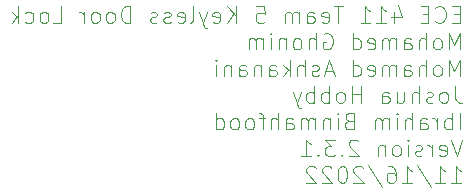
<source format=gbo>
%TF.GenerationSoftware,KiCad,Pcbnew,(6.0.8)*%
%TF.CreationDate,2022-11-16T21:32:55-08:00*%
%TF.ProjectId,T5Cad,54354361-642e-46b6-9963-61645f706362,2.3.1*%
%TF.SameCoordinates,Original*%
%TF.FileFunction,Legend,Bot*%
%TF.FilePolarity,Positive*%
%FSLAX46Y46*%
G04 Gerber Fmt 4.6, Leading zero omitted, Abs format (unit mm)*
G04 Created by KiCad (PCBNEW (6.0.8)) date 2022-11-16 21:32:55*
%MOMM*%
%LPD*%
G01*
G04 APERTURE LIST*
G04 Aperture macros list*
%AMRoundRect*
0 Rectangle with rounded corners*
0 $1 Rounding radius*
0 $2 $3 $4 $5 $6 $7 $8 $9 X,Y pos of 4 corners*
0 Add a 4 corners polygon primitive as box body*
4,1,4,$2,$3,$4,$5,$6,$7,$8,$9,$2,$3,0*
0 Add four circle primitives for the rounded corners*
1,1,$1+$1,$2,$3*
1,1,$1+$1,$4,$5*
1,1,$1+$1,$6,$7*
1,1,$1+$1,$8,$9*
0 Add four rect primitives between the rounded corners*
20,1,$1+$1,$2,$3,$4,$5,0*
20,1,$1+$1,$4,$5,$6,$7,0*
20,1,$1+$1,$6,$7,$8,$9,0*
20,1,$1+$1,$8,$9,$2,$3,0*%
%AMFreePoly0*
4,1,25,0.506863,1.161696,0.518986,1.151342,1.151342,0.518986,1.179849,0.463038,1.181100,0.447144,1.181100,-0.447144,1.161696,-0.506863,1.151342,-0.518986,0.518986,-1.151342,0.463038,-1.179849,0.447144,-1.181100,-0.447144,-1.181100,-0.506863,-1.161696,-0.518986,-1.151342,-1.151342,-0.518986,-1.179849,-0.463038,-1.181100,-0.447144,-1.181100,0.447144,-1.161696,0.506863,-1.151342,0.518986,
-0.518986,1.151342,-0.463038,1.179849,-0.447144,1.181100,0.447144,1.181100,0.506863,1.161696,0.506863,1.161696,$1*%
%AMFreePoly1*
4,1,25,0.380735,0.857196,0.392858,0.846842,0.846842,0.392858,0.875349,0.336910,0.876600,0.321016,0.876600,-0.321016,0.857196,-0.380735,0.846842,-0.392858,0.392858,-0.846842,0.336910,-0.875349,0.321016,-0.876600,-0.321016,-0.876600,-0.380735,-0.857196,-0.392858,-0.846842,-0.846842,-0.392858,-0.875349,-0.336910,-0.876600,-0.321016,-0.876600,0.321016,-0.857196,0.380735,-0.846842,0.392858,
-0.392858,0.846842,-0.336910,0.875349,-0.321016,0.876600,0.321016,0.876600,0.380735,0.857196,0.380735,0.857196,$1*%
G04 Aperture macros list end*
%ADD10C,0.121920*%
%ADD11FreePoly0,0.000000*%
%ADD12O,3.251200X1.727200*%
%ADD13FreePoly1,270.000000*%
%ADD14O,1.727200X3.251200*%
%ADD15C,3.403600*%
%ADD16RoundRect,0.101600X0.765000X0.765000X-0.765000X0.765000X-0.765000X-0.765000X0.765000X-0.765000X0*%
%ADD17C,1.733200*%
%ADD18O,1.625600X3.048000*%
%ADD19C,4.521200*%
G04 APERTURE END LIST*
D10*
X179164923Y-49408717D02*
X178697563Y-49408717D01*
X178497266Y-50143140D02*
X179164923Y-50143140D01*
X179164923Y-48741060D01*
X178497266Y-48741060D01*
X177095186Y-50009608D02*
X177161952Y-50076374D01*
X177362249Y-50143140D01*
X177495780Y-50143140D01*
X177696077Y-50076374D01*
X177829609Y-49942843D01*
X177896374Y-49809311D01*
X177963140Y-49542248D01*
X177963140Y-49341951D01*
X177896374Y-49074888D01*
X177829609Y-48941357D01*
X177696077Y-48807826D01*
X177495780Y-48741060D01*
X177362249Y-48741060D01*
X177161952Y-48807826D01*
X177095186Y-48874591D01*
X176494294Y-49408717D02*
X176026934Y-49408717D01*
X175826637Y-50143140D02*
X176494294Y-50143140D01*
X176494294Y-48741060D01*
X175826637Y-48741060D01*
X173556603Y-49208420D02*
X173556603Y-50143140D01*
X173890432Y-48674294D02*
X174224260Y-49675780D01*
X173356306Y-49675780D01*
X172087757Y-50143140D02*
X172888946Y-50143140D01*
X172488352Y-50143140D02*
X172488352Y-48741060D01*
X172621883Y-48941357D01*
X172755414Y-49074888D01*
X172888946Y-49141654D01*
X170752443Y-50143140D02*
X171553631Y-50143140D01*
X171153037Y-50143140D02*
X171153037Y-48741060D01*
X171286569Y-48941357D01*
X171420100Y-49074888D01*
X171553631Y-49141654D01*
X169283597Y-48741060D02*
X168482409Y-48741060D01*
X168883003Y-50143140D02*
X168883003Y-48741060D01*
X167480923Y-50076374D02*
X167614454Y-50143140D01*
X167881517Y-50143140D01*
X168015049Y-50076374D01*
X168081814Y-49942843D01*
X168081814Y-49408717D01*
X168015049Y-49275186D01*
X167881517Y-49208420D01*
X167614454Y-49208420D01*
X167480923Y-49275186D01*
X167414157Y-49408717D01*
X167414157Y-49542248D01*
X168081814Y-49675780D01*
X166212374Y-50143140D02*
X166212374Y-49408717D01*
X166279140Y-49275186D01*
X166412671Y-49208420D01*
X166679734Y-49208420D01*
X166813266Y-49275186D01*
X166212374Y-50076374D02*
X166345906Y-50143140D01*
X166679734Y-50143140D01*
X166813266Y-50076374D01*
X166880031Y-49942843D01*
X166880031Y-49809311D01*
X166813266Y-49675780D01*
X166679734Y-49609014D01*
X166345906Y-49609014D01*
X166212374Y-49542248D01*
X165544717Y-50143140D02*
X165544717Y-49208420D01*
X165544717Y-49341951D02*
X165477951Y-49275186D01*
X165344420Y-49208420D01*
X165144123Y-49208420D01*
X165010591Y-49275186D01*
X164943826Y-49408717D01*
X164943826Y-50143140D01*
X164943826Y-49408717D02*
X164877060Y-49275186D01*
X164743529Y-49208420D01*
X164543231Y-49208420D01*
X164409700Y-49275186D01*
X164342934Y-49408717D01*
X164342934Y-50143140D01*
X161939369Y-48741060D02*
X162607026Y-48741060D01*
X162673791Y-49408717D01*
X162607026Y-49341951D01*
X162473494Y-49275186D01*
X162139666Y-49275186D01*
X162006134Y-49341951D01*
X161939369Y-49408717D01*
X161872603Y-49542248D01*
X161872603Y-49876077D01*
X161939369Y-50009608D01*
X162006134Y-50076374D01*
X162139666Y-50143140D01*
X162473494Y-50143140D01*
X162607026Y-50076374D01*
X162673791Y-50009608D01*
X160203460Y-50143140D02*
X160203460Y-48741060D01*
X159402271Y-50143140D02*
X160003163Y-49341951D01*
X159402271Y-48741060D02*
X160203460Y-49542248D01*
X158267254Y-50076374D02*
X158400786Y-50143140D01*
X158667849Y-50143140D01*
X158801380Y-50076374D01*
X158868146Y-49942843D01*
X158868146Y-49408717D01*
X158801380Y-49275186D01*
X158667849Y-49208420D01*
X158400786Y-49208420D01*
X158267254Y-49275186D01*
X158200489Y-49408717D01*
X158200489Y-49542248D01*
X158868146Y-49675780D01*
X157733129Y-49208420D02*
X157399300Y-50143140D01*
X157065471Y-49208420D02*
X157399300Y-50143140D01*
X157532831Y-50476968D01*
X157599597Y-50543734D01*
X157733129Y-50610500D01*
X156331049Y-50143140D02*
X156464580Y-50076374D01*
X156531346Y-49942843D01*
X156531346Y-48741060D01*
X155262797Y-50076374D02*
X155396329Y-50143140D01*
X155663391Y-50143140D01*
X155796923Y-50076374D01*
X155863689Y-49942843D01*
X155863689Y-49408717D01*
X155796923Y-49275186D01*
X155663391Y-49208420D01*
X155396329Y-49208420D01*
X155262797Y-49275186D01*
X155196031Y-49408717D01*
X155196031Y-49542248D01*
X155863689Y-49675780D01*
X154661906Y-50076374D02*
X154528374Y-50143140D01*
X154261311Y-50143140D01*
X154127780Y-50076374D01*
X154061014Y-49942843D01*
X154061014Y-49876077D01*
X154127780Y-49742546D01*
X154261311Y-49675780D01*
X154461609Y-49675780D01*
X154595140Y-49609014D01*
X154661906Y-49475483D01*
X154661906Y-49408717D01*
X154595140Y-49275186D01*
X154461609Y-49208420D01*
X154261311Y-49208420D01*
X154127780Y-49275186D01*
X153526889Y-50076374D02*
X153393357Y-50143140D01*
X153126294Y-50143140D01*
X152992763Y-50076374D01*
X152925997Y-49942843D01*
X152925997Y-49876077D01*
X152992763Y-49742546D01*
X153126294Y-49675780D01*
X153326591Y-49675780D01*
X153460123Y-49609014D01*
X153526889Y-49475483D01*
X153526889Y-49408717D01*
X153460123Y-49275186D01*
X153326591Y-49208420D01*
X153126294Y-49208420D01*
X152992763Y-49275186D01*
X151256854Y-50143140D02*
X151256854Y-48741060D01*
X150923026Y-48741060D01*
X150722729Y-48807826D01*
X150589197Y-48941357D01*
X150522431Y-49074888D01*
X150455666Y-49341951D01*
X150455666Y-49542248D01*
X150522431Y-49809311D01*
X150589197Y-49942843D01*
X150722729Y-50076374D01*
X150923026Y-50143140D01*
X151256854Y-50143140D01*
X149654477Y-50143140D02*
X149788009Y-50076374D01*
X149854774Y-50009608D01*
X149921540Y-49876077D01*
X149921540Y-49475483D01*
X149854774Y-49341951D01*
X149788009Y-49275186D01*
X149654477Y-49208420D01*
X149454180Y-49208420D01*
X149320649Y-49275186D01*
X149253883Y-49341951D01*
X149187117Y-49475483D01*
X149187117Y-49876077D01*
X149253883Y-50009608D01*
X149320649Y-50076374D01*
X149454180Y-50143140D01*
X149654477Y-50143140D01*
X148385929Y-50143140D02*
X148519460Y-50076374D01*
X148586226Y-50009608D01*
X148652991Y-49876077D01*
X148652991Y-49475483D01*
X148586226Y-49341951D01*
X148519460Y-49275186D01*
X148385929Y-49208420D01*
X148185631Y-49208420D01*
X148052100Y-49275186D01*
X147985334Y-49341951D01*
X147918569Y-49475483D01*
X147918569Y-49876077D01*
X147985334Y-50009608D01*
X148052100Y-50076374D01*
X148185631Y-50143140D01*
X148385929Y-50143140D01*
X147317677Y-50143140D02*
X147317677Y-49208420D01*
X147317677Y-49475483D02*
X147250911Y-49341951D01*
X147184146Y-49275186D01*
X147050614Y-49208420D01*
X146917083Y-49208420D01*
X144713814Y-50143140D02*
X145381471Y-50143140D01*
X145381471Y-48741060D01*
X144046157Y-50143140D02*
X144179689Y-50076374D01*
X144246454Y-50009608D01*
X144313220Y-49876077D01*
X144313220Y-49475483D01*
X144246454Y-49341951D01*
X144179689Y-49275186D01*
X144046157Y-49208420D01*
X143845860Y-49208420D01*
X143712329Y-49275186D01*
X143645563Y-49341951D01*
X143578797Y-49475483D01*
X143578797Y-49876077D01*
X143645563Y-50009608D01*
X143712329Y-50076374D01*
X143845860Y-50143140D01*
X144046157Y-50143140D01*
X142377014Y-50076374D02*
X142510546Y-50143140D01*
X142777609Y-50143140D01*
X142911140Y-50076374D01*
X142977906Y-50009608D01*
X143044671Y-49876077D01*
X143044671Y-49475483D01*
X142977906Y-49341951D01*
X142911140Y-49275186D01*
X142777609Y-49208420D01*
X142510546Y-49208420D01*
X142377014Y-49275186D01*
X141776123Y-50143140D02*
X141776123Y-48741060D01*
X141642591Y-49609014D02*
X141241997Y-50143140D01*
X141241997Y-49208420D02*
X141776123Y-49742546D01*
X179164923Y-52400489D02*
X179164923Y-50998409D01*
X178697563Y-51999895D01*
X178230203Y-50998409D01*
X178230203Y-52400489D01*
X177362249Y-52400489D02*
X177495780Y-52333723D01*
X177562546Y-52266957D01*
X177629312Y-52133426D01*
X177629312Y-51732832D01*
X177562546Y-51599300D01*
X177495780Y-51532535D01*
X177362249Y-51465769D01*
X177161952Y-51465769D01*
X177028420Y-51532535D01*
X176961654Y-51599300D01*
X176894889Y-51732832D01*
X176894889Y-52133426D01*
X176961654Y-52266957D01*
X177028420Y-52333723D01*
X177161952Y-52400489D01*
X177362249Y-52400489D01*
X176293997Y-52400489D02*
X176293997Y-50998409D01*
X175693106Y-52400489D02*
X175693106Y-51666066D01*
X175759872Y-51532535D01*
X175893403Y-51465769D01*
X176093700Y-51465769D01*
X176227232Y-51532535D01*
X176293997Y-51599300D01*
X174424557Y-52400489D02*
X174424557Y-51666066D01*
X174491323Y-51532535D01*
X174624854Y-51465769D01*
X174891917Y-51465769D01*
X175025449Y-51532535D01*
X174424557Y-52333723D02*
X174558089Y-52400489D01*
X174891917Y-52400489D01*
X175025449Y-52333723D01*
X175092214Y-52200192D01*
X175092214Y-52066660D01*
X175025449Y-51933129D01*
X174891917Y-51866363D01*
X174558089Y-51866363D01*
X174424557Y-51799597D01*
X173756900Y-52400489D02*
X173756900Y-51465769D01*
X173756900Y-51599300D02*
X173690134Y-51532535D01*
X173556603Y-51465769D01*
X173356306Y-51465769D01*
X173222774Y-51532535D01*
X173156009Y-51666066D01*
X173156009Y-52400489D01*
X173156009Y-51666066D02*
X173089243Y-51532535D01*
X172955712Y-51465769D01*
X172755414Y-51465769D01*
X172621883Y-51532535D01*
X172555117Y-51666066D01*
X172555117Y-52400489D01*
X171353334Y-52333723D02*
X171486866Y-52400489D01*
X171753929Y-52400489D01*
X171887460Y-52333723D01*
X171954226Y-52200192D01*
X171954226Y-51666066D01*
X171887460Y-51532535D01*
X171753929Y-51465769D01*
X171486866Y-51465769D01*
X171353334Y-51532535D01*
X171286569Y-51666066D01*
X171286569Y-51799597D01*
X171954226Y-51933129D01*
X170084786Y-52400489D02*
X170084786Y-50998409D01*
X170084786Y-52333723D02*
X170218317Y-52400489D01*
X170485380Y-52400489D01*
X170618912Y-52333723D01*
X170685677Y-52266957D01*
X170752443Y-52133426D01*
X170752443Y-51732832D01*
X170685677Y-51599300D01*
X170618912Y-51532535D01*
X170485380Y-51465769D01*
X170218317Y-51465769D01*
X170084786Y-51532535D01*
X167614454Y-51065175D02*
X167747986Y-50998409D01*
X167948283Y-50998409D01*
X168148580Y-51065175D01*
X168282112Y-51198706D01*
X168348877Y-51332237D01*
X168415643Y-51599300D01*
X168415643Y-51799597D01*
X168348877Y-52066660D01*
X168282112Y-52200192D01*
X168148580Y-52333723D01*
X167948283Y-52400489D01*
X167814752Y-52400489D01*
X167614454Y-52333723D01*
X167547689Y-52266957D01*
X167547689Y-51799597D01*
X167814752Y-51799597D01*
X166946797Y-52400489D02*
X166946797Y-50998409D01*
X166345906Y-52400489D02*
X166345906Y-51666066D01*
X166412672Y-51532535D01*
X166546203Y-51465769D01*
X166746500Y-51465769D01*
X166880032Y-51532535D01*
X166946797Y-51599300D01*
X165477952Y-52400489D02*
X165611483Y-52333723D01*
X165678249Y-52266957D01*
X165745014Y-52133426D01*
X165745014Y-51732832D01*
X165678249Y-51599300D01*
X165611483Y-51532535D01*
X165477952Y-51465769D01*
X165277654Y-51465769D01*
X165144123Y-51532535D01*
X165077357Y-51599300D01*
X165010592Y-51732832D01*
X165010592Y-52133426D01*
X165077357Y-52266957D01*
X165144123Y-52333723D01*
X165277654Y-52400489D01*
X165477952Y-52400489D01*
X164409700Y-51465769D02*
X164409700Y-52400489D01*
X164409700Y-51599300D02*
X164342934Y-51532535D01*
X164209403Y-51465769D01*
X164009106Y-51465769D01*
X163875574Y-51532535D01*
X163808809Y-51666066D01*
X163808809Y-52400489D01*
X163141152Y-52400489D02*
X163141152Y-51465769D01*
X163141152Y-50998409D02*
X163207917Y-51065175D01*
X163141152Y-51131940D01*
X163074386Y-51065175D01*
X163141152Y-50998409D01*
X163141152Y-51131940D01*
X162473494Y-52400489D02*
X162473494Y-51465769D01*
X162473494Y-51599300D02*
X162406729Y-51532535D01*
X162273197Y-51465769D01*
X162072900Y-51465769D01*
X161939369Y-51532535D01*
X161872603Y-51666066D01*
X161872603Y-52400489D01*
X161872603Y-51666066D02*
X161805837Y-51532535D01*
X161672306Y-51465769D01*
X161472009Y-51465769D01*
X161338477Y-51532535D01*
X161271712Y-51666066D01*
X161271712Y-52400489D01*
X179164923Y-54657838D02*
X179164923Y-53255758D01*
X178697563Y-54257244D01*
X178230203Y-53255758D01*
X178230203Y-54657838D01*
X177362249Y-54657838D02*
X177495780Y-54591072D01*
X177562546Y-54524306D01*
X177629312Y-54390775D01*
X177629312Y-53990181D01*
X177562546Y-53856649D01*
X177495780Y-53789884D01*
X177362249Y-53723118D01*
X177161952Y-53723118D01*
X177028420Y-53789884D01*
X176961654Y-53856649D01*
X176894889Y-53990181D01*
X176894889Y-54390775D01*
X176961654Y-54524306D01*
X177028420Y-54591072D01*
X177161952Y-54657838D01*
X177362249Y-54657838D01*
X176293997Y-54657838D02*
X176293997Y-53255758D01*
X175693106Y-54657838D02*
X175693106Y-53923415D01*
X175759872Y-53789884D01*
X175893403Y-53723118D01*
X176093700Y-53723118D01*
X176227232Y-53789884D01*
X176293997Y-53856649D01*
X174424557Y-54657838D02*
X174424557Y-53923415D01*
X174491323Y-53789884D01*
X174624854Y-53723118D01*
X174891917Y-53723118D01*
X175025449Y-53789884D01*
X174424557Y-54591072D02*
X174558089Y-54657838D01*
X174891917Y-54657838D01*
X175025449Y-54591072D01*
X175092214Y-54457541D01*
X175092214Y-54324009D01*
X175025449Y-54190478D01*
X174891917Y-54123712D01*
X174558089Y-54123712D01*
X174424557Y-54056946D01*
X173756900Y-54657838D02*
X173756900Y-53723118D01*
X173756900Y-53856649D02*
X173690134Y-53789884D01*
X173556603Y-53723118D01*
X173356306Y-53723118D01*
X173222774Y-53789884D01*
X173156009Y-53923415D01*
X173156009Y-54657838D01*
X173156009Y-53923415D02*
X173089243Y-53789884D01*
X172955712Y-53723118D01*
X172755414Y-53723118D01*
X172621883Y-53789884D01*
X172555117Y-53923415D01*
X172555117Y-54657838D01*
X171353334Y-54591072D02*
X171486866Y-54657838D01*
X171753929Y-54657838D01*
X171887460Y-54591072D01*
X171954226Y-54457541D01*
X171954226Y-53923415D01*
X171887460Y-53789884D01*
X171753929Y-53723118D01*
X171486866Y-53723118D01*
X171353334Y-53789884D01*
X171286569Y-53923415D01*
X171286569Y-54056946D01*
X171954226Y-54190478D01*
X170084786Y-54657838D02*
X170084786Y-53255758D01*
X170084786Y-54591072D02*
X170218317Y-54657838D01*
X170485380Y-54657838D01*
X170618912Y-54591072D01*
X170685677Y-54524306D01*
X170752443Y-54390775D01*
X170752443Y-53990181D01*
X170685677Y-53856649D01*
X170618912Y-53789884D01*
X170485380Y-53723118D01*
X170218317Y-53723118D01*
X170084786Y-53789884D01*
X168415643Y-54257244D02*
X167747986Y-54257244D01*
X168549174Y-54657838D02*
X168081814Y-53255758D01*
X167614454Y-54657838D01*
X167213860Y-54591072D02*
X167080329Y-54657838D01*
X166813266Y-54657838D01*
X166679734Y-54591072D01*
X166612969Y-54457541D01*
X166612969Y-54390775D01*
X166679734Y-54257244D01*
X166813266Y-54190478D01*
X167013563Y-54190478D01*
X167147094Y-54123712D01*
X167213860Y-53990181D01*
X167213860Y-53923415D01*
X167147094Y-53789884D01*
X167013563Y-53723118D01*
X166813266Y-53723118D01*
X166679734Y-53789884D01*
X166012077Y-54657838D02*
X166012077Y-53255758D01*
X165411186Y-54657838D02*
X165411186Y-53923415D01*
X165477952Y-53789884D01*
X165611483Y-53723118D01*
X165811780Y-53723118D01*
X165945312Y-53789884D01*
X166012077Y-53856649D01*
X164743529Y-54657838D02*
X164743529Y-53255758D01*
X164609997Y-54123712D02*
X164209403Y-54657838D01*
X164209403Y-53723118D02*
X164743529Y-54257244D01*
X163007620Y-54657838D02*
X163007620Y-53923415D01*
X163074386Y-53789884D01*
X163207917Y-53723118D01*
X163474980Y-53723118D01*
X163608512Y-53789884D01*
X163007620Y-54591072D02*
X163141152Y-54657838D01*
X163474980Y-54657838D01*
X163608512Y-54591072D01*
X163675277Y-54457541D01*
X163675277Y-54324009D01*
X163608512Y-54190478D01*
X163474980Y-54123712D01*
X163141152Y-54123712D01*
X163007620Y-54056946D01*
X162339963Y-53723118D02*
X162339963Y-54657838D01*
X162339963Y-53856649D02*
X162273197Y-53789884D01*
X162139666Y-53723118D01*
X161939369Y-53723118D01*
X161805837Y-53789884D01*
X161739072Y-53923415D01*
X161739072Y-54657838D01*
X160470523Y-54657838D02*
X160470523Y-53923415D01*
X160537289Y-53789884D01*
X160670820Y-53723118D01*
X160937883Y-53723118D01*
X161071414Y-53789884D01*
X160470523Y-54591072D02*
X160604054Y-54657838D01*
X160937883Y-54657838D01*
X161071414Y-54591072D01*
X161138180Y-54457541D01*
X161138180Y-54324009D01*
X161071414Y-54190478D01*
X160937883Y-54123712D01*
X160604054Y-54123712D01*
X160470523Y-54056946D01*
X159802866Y-53723118D02*
X159802866Y-54657838D01*
X159802866Y-53856649D02*
X159736100Y-53789884D01*
X159602569Y-53723118D01*
X159402272Y-53723118D01*
X159268740Y-53789884D01*
X159201974Y-53923415D01*
X159201974Y-54657838D01*
X158534317Y-54657838D02*
X158534317Y-53723118D01*
X158534317Y-53255758D02*
X158601083Y-53322524D01*
X158534317Y-53389289D01*
X158467552Y-53322524D01*
X158534317Y-53255758D01*
X158534317Y-53389289D01*
X178764329Y-55513107D02*
X178764329Y-56514593D01*
X178831094Y-56714890D01*
X178964626Y-56848421D01*
X179164923Y-56915187D01*
X179298454Y-56915187D01*
X177896374Y-56915187D02*
X178029906Y-56848421D01*
X178096672Y-56781655D01*
X178163437Y-56648124D01*
X178163437Y-56247530D01*
X178096672Y-56113998D01*
X178029906Y-56047233D01*
X177896374Y-55980467D01*
X177696077Y-55980467D01*
X177562546Y-56047233D01*
X177495780Y-56113998D01*
X177429014Y-56247530D01*
X177429014Y-56648124D01*
X177495780Y-56781655D01*
X177562546Y-56848421D01*
X177696077Y-56915187D01*
X177896374Y-56915187D01*
X176894889Y-56848421D02*
X176761357Y-56915187D01*
X176494294Y-56915187D01*
X176360763Y-56848421D01*
X176293997Y-56714890D01*
X176293997Y-56648124D01*
X176360763Y-56514593D01*
X176494294Y-56447827D01*
X176694592Y-56447827D01*
X176828123Y-56381061D01*
X176894889Y-56247530D01*
X176894889Y-56180764D01*
X176828123Y-56047233D01*
X176694592Y-55980467D01*
X176494294Y-55980467D01*
X176360763Y-56047233D01*
X175693106Y-56915187D02*
X175693106Y-55513107D01*
X175092214Y-56915187D02*
X175092214Y-56180764D01*
X175158980Y-56047233D01*
X175292512Y-55980467D01*
X175492809Y-55980467D01*
X175626340Y-56047233D01*
X175693106Y-56113998D01*
X173823666Y-55980467D02*
X173823666Y-56915187D01*
X174424557Y-55980467D02*
X174424557Y-56714890D01*
X174357792Y-56848421D01*
X174224260Y-56915187D01*
X174023963Y-56915187D01*
X173890432Y-56848421D01*
X173823666Y-56781655D01*
X172555117Y-56915187D02*
X172555117Y-56180764D01*
X172621883Y-56047233D01*
X172755414Y-55980467D01*
X173022477Y-55980467D01*
X173156009Y-56047233D01*
X172555117Y-56848421D02*
X172688649Y-56915187D01*
X173022477Y-56915187D01*
X173156009Y-56848421D01*
X173222774Y-56714890D01*
X173222774Y-56581358D01*
X173156009Y-56447827D01*
X173022477Y-56381061D01*
X172688649Y-56381061D01*
X172555117Y-56314295D01*
X170819209Y-56915187D02*
X170819209Y-55513107D01*
X170819209Y-56180764D02*
X170018020Y-56180764D01*
X170018020Y-56915187D02*
X170018020Y-55513107D01*
X169150066Y-56915187D02*
X169283597Y-56848421D01*
X169350363Y-56781655D01*
X169417129Y-56648124D01*
X169417129Y-56247530D01*
X169350363Y-56113998D01*
X169283597Y-56047233D01*
X169150066Y-55980467D01*
X168949769Y-55980467D01*
X168816237Y-56047233D01*
X168749472Y-56113998D01*
X168682706Y-56247530D01*
X168682706Y-56648124D01*
X168749472Y-56781655D01*
X168816237Y-56848421D01*
X168949769Y-56915187D01*
X169150066Y-56915187D01*
X168081814Y-56915187D02*
X168081814Y-55513107D01*
X168081814Y-56047233D02*
X167948283Y-55980467D01*
X167681220Y-55980467D01*
X167547689Y-56047233D01*
X167480923Y-56113998D01*
X167414157Y-56247530D01*
X167414157Y-56648124D01*
X167480923Y-56781655D01*
X167547689Y-56848421D01*
X167681220Y-56915187D01*
X167948283Y-56915187D01*
X168081814Y-56848421D01*
X166813266Y-56915187D02*
X166813266Y-55513107D01*
X166813266Y-56047233D02*
X166679734Y-55980467D01*
X166412672Y-55980467D01*
X166279140Y-56047233D01*
X166212374Y-56113998D01*
X166145609Y-56247530D01*
X166145609Y-56648124D01*
X166212374Y-56781655D01*
X166279140Y-56848421D01*
X166412672Y-56915187D01*
X166679734Y-56915187D01*
X166813266Y-56848421D01*
X165678249Y-55980467D02*
X165344420Y-56915187D01*
X165010592Y-55980467D02*
X165344420Y-56915187D01*
X165477952Y-57249015D01*
X165544717Y-57315781D01*
X165678249Y-57382547D01*
X179164923Y-59172536D02*
X179164923Y-57770456D01*
X178497266Y-59172536D02*
X178497266Y-57770456D01*
X178497266Y-58304582D02*
X178363734Y-58237816D01*
X178096672Y-58237816D01*
X177963140Y-58304582D01*
X177896374Y-58371347D01*
X177829609Y-58504879D01*
X177829609Y-58905473D01*
X177896374Y-59039004D01*
X177963140Y-59105770D01*
X178096672Y-59172536D01*
X178363734Y-59172536D01*
X178497266Y-59105770D01*
X177228717Y-59172536D02*
X177228717Y-58237816D01*
X177228717Y-58504879D02*
X177161952Y-58371347D01*
X177095186Y-58304582D01*
X176961654Y-58237816D01*
X176828123Y-58237816D01*
X175759872Y-59172536D02*
X175759872Y-58438113D01*
X175826637Y-58304582D01*
X175960169Y-58237816D01*
X176227232Y-58237816D01*
X176360763Y-58304582D01*
X175759872Y-59105770D02*
X175893403Y-59172536D01*
X176227232Y-59172536D01*
X176360763Y-59105770D01*
X176427529Y-58972239D01*
X176427529Y-58838707D01*
X176360763Y-58705176D01*
X176227232Y-58638410D01*
X175893403Y-58638410D01*
X175759872Y-58571644D01*
X175092214Y-59172536D02*
X175092214Y-57770456D01*
X174491323Y-59172536D02*
X174491323Y-58438113D01*
X174558089Y-58304582D01*
X174691620Y-58237816D01*
X174891917Y-58237816D01*
X175025449Y-58304582D01*
X175092214Y-58371347D01*
X173823666Y-59172536D02*
X173823666Y-58237816D01*
X173823666Y-57770456D02*
X173890432Y-57837222D01*
X173823666Y-57903987D01*
X173756900Y-57837222D01*
X173823666Y-57770456D01*
X173823666Y-57903987D01*
X173156009Y-59172536D02*
X173156009Y-58237816D01*
X173156009Y-58371347D02*
X173089243Y-58304582D01*
X172955712Y-58237816D01*
X172755414Y-58237816D01*
X172621883Y-58304582D01*
X172555117Y-58438113D01*
X172555117Y-59172536D01*
X172555117Y-58438113D02*
X172488352Y-58304582D01*
X172354820Y-58237816D01*
X172154523Y-58237816D01*
X172020992Y-58304582D01*
X171954226Y-58438113D01*
X171954226Y-59172536D01*
X169750957Y-58438113D02*
X169550660Y-58504879D01*
X169483894Y-58571644D01*
X169417129Y-58705176D01*
X169417129Y-58905473D01*
X169483894Y-59039004D01*
X169550660Y-59105770D01*
X169684192Y-59172536D01*
X170218317Y-59172536D01*
X170218317Y-57770456D01*
X169750957Y-57770456D01*
X169617426Y-57837222D01*
X169550660Y-57903987D01*
X169483894Y-58037519D01*
X169483894Y-58171050D01*
X169550660Y-58304582D01*
X169617426Y-58371347D01*
X169750957Y-58438113D01*
X170218317Y-58438113D01*
X168816237Y-59172536D02*
X168816237Y-58237816D01*
X168816237Y-57770456D02*
X168883003Y-57837222D01*
X168816237Y-57903987D01*
X168749472Y-57837222D01*
X168816237Y-57770456D01*
X168816237Y-57903987D01*
X168148580Y-58237816D02*
X168148580Y-59172536D01*
X168148580Y-58371347D02*
X168081814Y-58304582D01*
X167948283Y-58237816D01*
X167747986Y-58237816D01*
X167614454Y-58304582D01*
X167547689Y-58438113D01*
X167547689Y-59172536D01*
X166880032Y-59172536D02*
X166880032Y-58237816D01*
X166880032Y-58371347D02*
X166813266Y-58304582D01*
X166679734Y-58237816D01*
X166479437Y-58237816D01*
X166345906Y-58304582D01*
X166279140Y-58438113D01*
X166279140Y-59172536D01*
X166279140Y-58438113D02*
X166212374Y-58304582D01*
X166078843Y-58237816D01*
X165878546Y-58237816D01*
X165745014Y-58304582D01*
X165678249Y-58438113D01*
X165678249Y-59172536D01*
X164409700Y-59172536D02*
X164409700Y-58438113D01*
X164476466Y-58304582D01*
X164609997Y-58237816D01*
X164877060Y-58237816D01*
X165010592Y-58304582D01*
X164409700Y-59105770D02*
X164543232Y-59172536D01*
X164877060Y-59172536D01*
X165010592Y-59105770D01*
X165077357Y-58972239D01*
X165077357Y-58838707D01*
X165010592Y-58705176D01*
X164877060Y-58638410D01*
X164543232Y-58638410D01*
X164409700Y-58571644D01*
X163742043Y-59172536D02*
X163742043Y-57770456D01*
X163141152Y-59172536D02*
X163141152Y-58438113D01*
X163207917Y-58304582D01*
X163341449Y-58237816D01*
X163541746Y-58237816D01*
X163675277Y-58304582D01*
X163742043Y-58371347D01*
X162673792Y-58237816D02*
X162139666Y-58237816D01*
X162473494Y-59172536D02*
X162473494Y-57970753D01*
X162406729Y-57837222D01*
X162273197Y-57770456D01*
X162139666Y-57770456D01*
X161472009Y-59172536D02*
X161605540Y-59105770D01*
X161672306Y-59039004D01*
X161739072Y-58905473D01*
X161739072Y-58504879D01*
X161672306Y-58371347D01*
X161605540Y-58304582D01*
X161472009Y-58237816D01*
X161271712Y-58237816D01*
X161138180Y-58304582D01*
X161071414Y-58371347D01*
X161004649Y-58504879D01*
X161004649Y-58905473D01*
X161071414Y-59039004D01*
X161138180Y-59105770D01*
X161271712Y-59172536D01*
X161472009Y-59172536D01*
X160203460Y-59172536D02*
X160336992Y-59105770D01*
X160403757Y-59039004D01*
X160470523Y-58905473D01*
X160470523Y-58504879D01*
X160403757Y-58371347D01*
X160336992Y-58304582D01*
X160203460Y-58237816D01*
X160003163Y-58237816D01*
X159869632Y-58304582D01*
X159802866Y-58371347D01*
X159736100Y-58504879D01*
X159736100Y-58905473D01*
X159802866Y-59039004D01*
X159869632Y-59105770D01*
X160003163Y-59172536D01*
X160203460Y-59172536D01*
X158534317Y-59172536D02*
X158534317Y-57770456D01*
X158534317Y-59105770D02*
X158667849Y-59172536D01*
X158934912Y-59172536D01*
X159068443Y-59105770D01*
X159135209Y-59039004D01*
X159201974Y-58905473D01*
X159201974Y-58504879D01*
X159135209Y-58371347D01*
X159068443Y-58304582D01*
X158934912Y-58237816D01*
X158667849Y-58237816D01*
X158534317Y-58304582D01*
X179365220Y-60027805D02*
X178897860Y-61429885D01*
X178430500Y-60027805D01*
X177429014Y-61363119D02*
X177562546Y-61429885D01*
X177829609Y-61429885D01*
X177963140Y-61363119D01*
X178029906Y-61229588D01*
X178029906Y-60695462D01*
X177963140Y-60561931D01*
X177829609Y-60495165D01*
X177562546Y-60495165D01*
X177429014Y-60561931D01*
X177362249Y-60695462D01*
X177362249Y-60828993D01*
X178029906Y-60962525D01*
X176761357Y-61429885D02*
X176761357Y-60495165D01*
X176761357Y-60762228D02*
X176694592Y-60628696D01*
X176627826Y-60561931D01*
X176494294Y-60495165D01*
X176360763Y-60495165D01*
X175960169Y-61363119D02*
X175826637Y-61429885D01*
X175559574Y-61429885D01*
X175426043Y-61363119D01*
X175359277Y-61229588D01*
X175359277Y-61162822D01*
X175426043Y-61029291D01*
X175559574Y-60962525D01*
X175759872Y-60962525D01*
X175893403Y-60895759D01*
X175960169Y-60762228D01*
X175960169Y-60695462D01*
X175893403Y-60561931D01*
X175759872Y-60495165D01*
X175559574Y-60495165D01*
X175426043Y-60561931D01*
X174758386Y-61429885D02*
X174758386Y-60495165D01*
X174758386Y-60027805D02*
X174825152Y-60094571D01*
X174758386Y-60161336D01*
X174691620Y-60094571D01*
X174758386Y-60027805D01*
X174758386Y-60161336D01*
X173890432Y-61429885D02*
X174023963Y-61363119D01*
X174090729Y-61296353D01*
X174157494Y-61162822D01*
X174157494Y-60762228D01*
X174090729Y-60628696D01*
X174023963Y-60561931D01*
X173890432Y-60495165D01*
X173690134Y-60495165D01*
X173556603Y-60561931D01*
X173489837Y-60628696D01*
X173423072Y-60762228D01*
X173423072Y-61162822D01*
X173489837Y-61296353D01*
X173556603Y-61363119D01*
X173690134Y-61429885D01*
X173890432Y-61429885D01*
X172822180Y-60495165D02*
X172822180Y-61429885D01*
X172822180Y-60628696D02*
X172755414Y-60561931D01*
X172621883Y-60495165D01*
X172421586Y-60495165D01*
X172288054Y-60561931D01*
X172221289Y-60695462D01*
X172221289Y-61429885D01*
X170552146Y-60161336D02*
X170485380Y-60094571D01*
X170351849Y-60027805D01*
X170018020Y-60027805D01*
X169884489Y-60094571D01*
X169817723Y-60161336D01*
X169750957Y-60294868D01*
X169750957Y-60428399D01*
X169817723Y-60628696D01*
X170618912Y-61429885D01*
X169750957Y-61429885D01*
X169150066Y-61296353D02*
X169083300Y-61363119D01*
X169150066Y-61429885D01*
X169216832Y-61363119D01*
X169150066Y-61296353D01*
X169150066Y-61429885D01*
X168615940Y-60027805D02*
X167747986Y-60027805D01*
X168215346Y-60561931D01*
X168015049Y-60561931D01*
X167881517Y-60628696D01*
X167814752Y-60695462D01*
X167747986Y-60828993D01*
X167747986Y-61162822D01*
X167814752Y-61296353D01*
X167881517Y-61363119D01*
X168015049Y-61429885D01*
X168415643Y-61429885D01*
X168549174Y-61363119D01*
X168615940Y-61296353D01*
X167147094Y-61296353D02*
X167080329Y-61363119D01*
X167147094Y-61429885D01*
X167213860Y-61363119D01*
X167147094Y-61296353D01*
X167147094Y-61429885D01*
X165745014Y-61429885D02*
X166546203Y-61429885D01*
X166145609Y-61429885D02*
X166145609Y-60027805D01*
X166279140Y-60228102D01*
X166412672Y-60361633D01*
X166546203Y-60428399D01*
X178430500Y-63687234D02*
X179231689Y-63687234D01*
X178831094Y-63687234D02*
X178831094Y-62285154D01*
X178964626Y-62485451D01*
X179098157Y-62618982D01*
X179231689Y-62685748D01*
X177095186Y-63687234D02*
X177896374Y-63687234D01*
X177495780Y-63687234D02*
X177495780Y-62285154D01*
X177629312Y-62485451D01*
X177762843Y-62618982D01*
X177896374Y-62685748D01*
X175492809Y-62218388D02*
X176694592Y-64021062D01*
X174291026Y-63687234D02*
X175092214Y-63687234D01*
X174691620Y-63687234D02*
X174691620Y-62285154D01*
X174825152Y-62485451D01*
X174958683Y-62618982D01*
X175092214Y-62685748D01*
X173089243Y-62285154D02*
X173356306Y-62285154D01*
X173489837Y-62351920D01*
X173556603Y-62418685D01*
X173690134Y-62618982D01*
X173756900Y-62886045D01*
X173756900Y-63420171D01*
X173690134Y-63553702D01*
X173623369Y-63620468D01*
X173489837Y-63687234D01*
X173222774Y-63687234D01*
X173089243Y-63620468D01*
X173022477Y-63553702D01*
X172955712Y-63420171D01*
X172955712Y-63086342D01*
X173022477Y-62952811D01*
X173089243Y-62886045D01*
X173222774Y-62819280D01*
X173489837Y-62819280D01*
X173623369Y-62886045D01*
X173690134Y-62952811D01*
X173756900Y-63086342D01*
X171353334Y-62218388D02*
X172555117Y-64021062D01*
X170952740Y-62418685D02*
X170885974Y-62351920D01*
X170752443Y-62285154D01*
X170418614Y-62285154D01*
X170285083Y-62351920D01*
X170218317Y-62418685D01*
X170151552Y-62552217D01*
X170151552Y-62685748D01*
X170218317Y-62886045D01*
X171019506Y-63687234D01*
X170151552Y-63687234D01*
X169283597Y-62285154D02*
X169150066Y-62285154D01*
X169016534Y-62351920D01*
X168949769Y-62418685D01*
X168883003Y-62552217D01*
X168816237Y-62819280D01*
X168816237Y-63153108D01*
X168883003Y-63420171D01*
X168949769Y-63553702D01*
X169016534Y-63620468D01*
X169150066Y-63687234D01*
X169283597Y-63687234D01*
X169417129Y-63620468D01*
X169483894Y-63553702D01*
X169550660Y-63420171D01*
X169617426Y-63153108D01*
X169617426Y-62819280D01*
X169550660Y-62552217D01*
X169483894Y-62418685D01*
X169417129Y-62351920D01*
X169283597Y-62285154D01*
X168282112Y-62418685D02*
X168215346Y-62351920D01*
X168081814Y-62285154D01*
X167747986Y-62285154D01*
X167614454Y-62351920D01*
X167547689Y-62418685D01*
X167480923Y-62552217D01*
X167480923Y-62685748D01*
X167547689Y-62886045D01*
X168348877Y-63687234D01*
X167480923Y-63687234D01*
X166946797Y-62418685D02*
X166880032Y-62351920D01*
X166746500Y-62285154D01*
X166412672Y-62285154D01*
X166279140Y-62351920D01*
X166212374Y-62418685D01*
X166145609Y-62552217D01*
X166145609Y-62685748D01*
X166212374Y-62886045D01*
X167013563Y-63687234D01*
X166145609Y-63687234D01*
%LPC*%
D11*
%TO.C,TP3*%
X178308000Y-101600000D03*
%TD*%
D12*
%TO.C,JP2*%
X188976000Y-59944000D03*
X188976000Y-57404000D03*
X188976000Y-54864000D03*
%TD*%
D13*
%TO.C,J1*%
X159512000Y-90932000D03*
X162052000Y-90932000D03*
X159512000Y-93472000D03*
X162052000Y-93472000D03*
X159512000Y-96012000D03*
X162052000Y-96012000D03*
%TD*%
D14*
%TO.C,JP4*%
X140716000Y-100076000D03*
X143256000Y-100076000D03*
X145796000Y-100076000D03*
X148336000Y-100076000D03*
%TD*%
D11*
%TO.C,TP4*%
X134874000Y-51562000D03*
%TD*%
%TO.C,TP5*%
X154432000Y-100838000D03*
%TD*%
D15*
%TO.C,H3*%
X110500000Y-101500000D03*
%TD*%
D16*
%TO.C,U8*%
X144516600Y-89077800D03*
D17*
X144516600Y-86537800D03*
X144516600Y-83997800D03*
X144516600Y-81457800D03*
X144516600Y-78917800D03*
X144516600Y-76377800D03*
X144516600Y-73837800D03*
X144516600Y-71297800D03*
X131816600Y-71297800D03*
X131816600Y-73837800D03*
X131816600Y-76377800D03*
X131816600Y-78917800D03*
X131816600Y-81457800D03*
X131816600Y-83997800D03*
X131816600Y-86537800D03*
X131816600Y-89077800D03*
%TD*%
D12*
%TO.C,JP5*%
X152400000Y-58166000D03*
X152400000Y-55626000D03*
%TD*%
D15*
%TO.C,H1*%
X199750000Y-51250000D03*
%TD*%
D12*
%TO.C,JP1*%
X197358000Y-87122000D03*
X197358000Y-89662000D03*
X197358000Y-92202000D03*
X197358000Y-94742000D03*
%TD*%
%TO.C,JP8*%
X118618000Y-85344000D03*
X118618000Y-82804000D03*
%TD*%
D14*
%TO.C,J3*%
X173228000Y-96520000D03*
X175768000Y-96520000D03*
X178308000Y-96520000D03*
X180848000Y-96520000D03*
X183388000Y-96520000D03*
X185928000Y-96520000D03*
%TD*%
%TO.C,JP6*%
X126746000Y-51562000D03*
X124206000Y-51562000D03*
%TD*%
D15*
%TO.C,H2*%
X110500000Y-51250000D03*
%TD*%
D11*
%TO.C,TP1*%
X188976000Y-101346000D03*
%TD*%
D15*
%TO.C,H4*%
X200406000Y-102500000D03*
%TD*%
D18*
%TO.C,U4*%
X187706000Y-77470000D03*
X185166000Y-77470000D03*
X182626000Y-77470000D03*
X180086000Y-77470000D03*
X177546000Y-77470000D03*
X175006000Y-77470000D03*
X172466000Y-77470000D03*
X169926000Y-77470000D03*
X167386000Y-77470000D03*
X164846000Y-77470000D03*
X162306000Y-77470000D03*
X159766000Y-77470000D03*
X157226000Y-77470000D03*
X154686000Y-77470000D03*
X154686000Y-85090000D03*
X157226000Y-85090000D03*
X159766000Y-85090000D03*
X162306000Y-85090000D03*
X164846000Y-85090000D03*
X167386000Y-85090000D03*
X169926000Y-85090000D03*
X172466000Y-85090000D03*
X175006000Y-85090000D03*
X177546000Y-85090000D03*
X180086000Y-85090000D03*
X182626000Y-85090000D03*
X185166000Y-85090000D03*
X187706000Y-85090000D03*
%TD*%
D11*
%TO.C,TP2*%
X189484000Y-91948000D03*
%TD*%
D12*
%TO.C,JP9*%
X118364000Y-76708000D03*
X118364000Y-79248000D03*
%TD*%
D14*
%TO.C,JP3*%
X134315200Y-100177600D03*
X131775200Y-100177600D03*
X129235200Y-100177600D03*
X126695200Y-100177600D03*
%TD*%
%TO.C,JP7*%
X117348000Y-100330000D03*
X119888000Y-100330000D03*
%TD*%
D19*
%TO.C,J2*%
X115395500Y-62621300D03*
X118395500Y-67321300D03*
X121395500Y-62621300D03*
%TD*%
M02*

</source>
